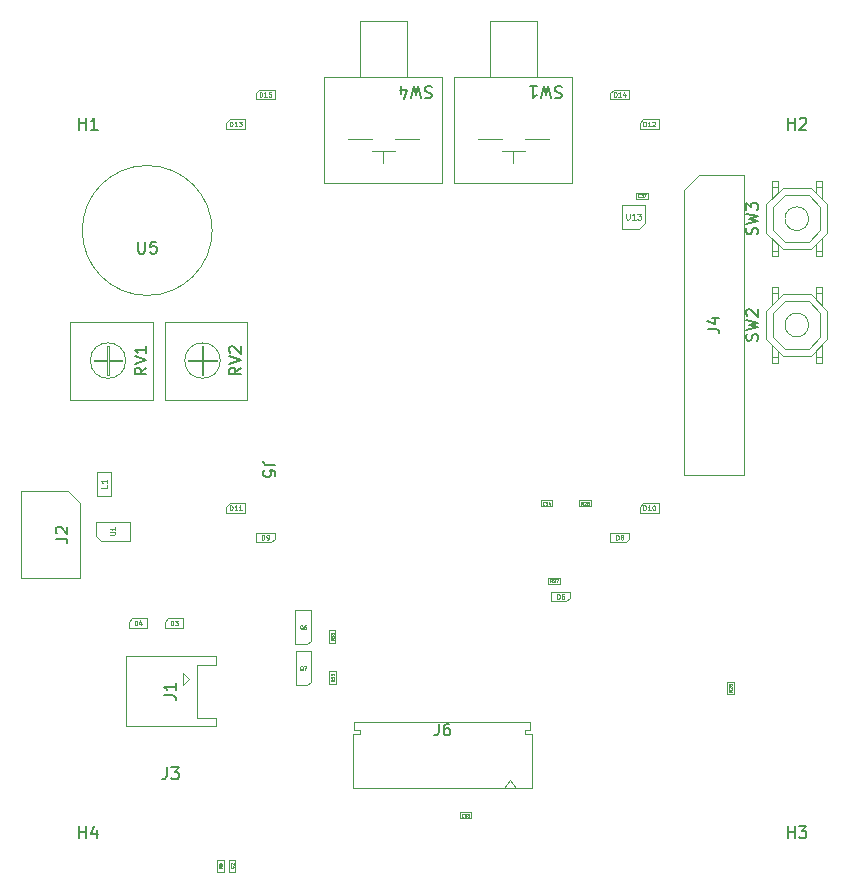
<source format=gbr>
%TF.GenerationSoftware,KiCad,Pcbnew,(6.0.10)*%
%TF.CreationDate,2023-01-06T19:14:31-08:00*%
%TF.ProjectId,ai-camera,61692d63-616d-4657-9261-2e6b69636164,rev?*%
%TF.SameCoordinates,PX5f5e100PY2faf080*%
%TF.FileFunction,AssemblyDrawing,Top*%
%FSLAX46Y46*%
G04 Gerber Fmt 4.6, Leading zero omitted, Abs format (unit mm)*
G04 Created by KiCad (PCBNEW (6.0.10)) date 2023-01-06 19:14:31*
%MOMM*%
%LPD*%
G01*
G04 APERTURE LIST*
%ADD10C,0.150000*%
%ADD11C,0.040000*%
%ADD12C,0.080000*%
%ADD13C,0.060000*%
%ADD14C,0.050000*%
%ADD15C,0.100000*%
G04 APERTURE END LIST*
D10*
X-761905Y-60452380D02*
X-761905Y-59452380D01*
X-761905Y-59928571D02*
X-190477Y-59928571D01*
X-190477Y-60452380D02*
X-190477Y-59452380D01*
X714285Y-59785714D02*
X714285Y-60452380D01*
X476190Y-59404761D02*
X238095Y-60119047D01*
X857142Y-60119047D01*
X-761905Y-452380D02*
X-761905Y547620D01*
X-761905Y71429D02*
X-190477Y71429D01*
X-190477Y-452380D02*
X-190477Y547620D01*
X809523Y-452380D02*
X238095Y-452380D01*
X523809Y-452380D02*
X523809Y547620D01*
X428571Y404762D01*
X333333Y309524D01*
X238095Y261905D01*
D11*
X20792619Y-43542142D02*
X20668809Y-43628809D01*
X20792619Y-43690714D02*
X20532619Y-43690714D01*
X20532619Y-43591666D01*
X20545000Y-43566904D01*
X20557380Y-43554523D01*
X20582142Y-43542142D01*
X20619285Y-43542142D01*
X20644047Y-43554523D01*
X20656428Y-43566904D01*
X20668809Y-43591666D01*
X20668809Y-43690714D01*
X20792619Y-43294523D02*
X20792619Y-43443095D01*
X20792619Y-43368809D02*
X20532619Y-43368809D01*
X20569761Y-43393571D01*
X20594523Y-43418333D01*
X20606904Y-43443095D01*
X20532619Y-43207857D02*
X20532619Y-43046904D01*
X20631666Y-43133571D01*
X20631666Y-43096428D01*
X20644047Y-43071666D01*
X20656428Y-43059285D01*
X20681190Y-43046904D01*
X20743095Y-43046904D01*
X20767857Y-43059285D01*
X20780238Y-43071666D01*
X20792619Y-43096428D01*
X20792619Y-43170714D01*
X20780238Y-43195476D01*
X20767857Y-43207857D01*
D10*
X56654761Y-18333333D02*
X56702380Y-18190476D01*
X56702380Y-17952380D01*
X56654761Y-17857142D01*
X56607142Y-17809523D01*
X56511904Y-17761904D01*
X56416666Y-17761904D01*
X56321428Y-17809523D01*
X56273809Y-17857142D01*
X56226190Y-17952380D01*
X56178571Y-18142857D01*
X56130952Y-18238095D01*
X56083333Y-18285714D01*
X55988095Y-18333333D01*
X55892857Y-18333333D01*
X55797619Y-18285714D01*
X55750000Y-18238095D01*
X55702380Y-18142857D01*
X55702380Y-17904761D01*
X55750000Y-17761904D01*
X55702380Y-17428571D02*
X56702380Y-17190476D01*
X55988095Y-17000000D01*
X56702380Y-16809523D01*
X55702380Y-16571428D01*
X55797619Y-16238095D02*
X55750000Y-16190476D01*
X55702380Y-16095238D01*
X55702380Y-15857142D01*
X55750000Y-15761904D01*
X55797619Y-15714285D01*
X55892857Y-15666666D01*
X55988095Y-15666666D01*
X56130952Y-15714285D01*
X56702380Y-16285714D01*
X56702380Y-15666666D01*
D12*
X1576190Y-30533333D02*
X1576190Y-30771428D01*
X1076190Y-30771428D01*
X1576190Y-30104761D02*
X1576190Y-30390476D01*
X1576190Y-30247619D02*
X1076190Y-30247619D01*
X1147619Y-30295238D01*
X1195238Y-30342857D01*
X1219047Y-30390476D01*
D11*
X31789285Y-58614285D02*
X31777380Y-58626190D01*
X31741666Y-58638095D01*
X31717857Y-58638095D01*
X31682142Y-58626190D01*
X31658333Y-58602380D01*
X31646428Y-58578571D01*
X31634523Y-58530952D01*
X31634523Y-58495238D01*
X31646428Y-58447619D01*
X31658333Y-58423809D01*
X31682142Y-58400000D01*
X31717857Y-58388095D01*
X31741666Y-58388095D01*
X31777380Y-58400000D01*
X31789285Y-58411904D01*
X31872619Y-58388095D02*
X32027380Y-58388095D01*
X31944047Y-58483333D01*
X31979761Y-58483333D01*
X32003571Y-58495238D01*
X32015476Y-58507142D01*
X32027380Y-58530952D01*
X32027380Y-58590476D01*
X32015476Y-58614285D01*
X32003571Y-58626190D01*
X31979761Y-58638095D01*
X31908333Y-58638095D01*
X31884523Y-58626190D01*
X31872619Y-58614285D01*
X32110714Y-58388095D02*
X32265476Y-58388095D01*
X32182142Y-58483333D01*
X32217857Y-58483333D01*
X32241666Y-58495238D01*
X32253571Y-58507142D01*
X32265476Y-58530952D01*
X32265476Y-58590476D01*
X32253571Y-58614285D01*
X32241666Y-58626190D01*
X32217857Y-58638095D01*
X32146428Y-58638095D01*
X32122619Y-58626190D01*
X32110714Y-58614285D01*
D13*
X39704761Y-40180952D02*
X39704761Y-39780952D01*
X39800000Y-39780952D01*
X39857142Y-39800000D01*
X39895238Y-39838095D01*
X39914285Y-39876190D01*
X39933333Y-39952380D01*
X39933333Y-40009523D01*
X39914285Y-40085714D01*
X39895238Y-40123809D01*
X39857142Y-40161904D01*
X39800000Y-40180952D01*
X39704761Y-40180952D01*
X40276190Y-39780952D02*
X40200000Y-39780952D01*
X40161904Y-39800000D01*
X40142857Y-39819047D01*
X40104761Y-39876190D01*
X40085714Y-39952380D01*
X40085714Y-40104761D01*
X40104761Y-40142857D01*
X40123809Y-40161904D01*
X40161904Y-40180952D01*
X40238095Y-40180952D01*
X40276190Y-40161904D01*
X40295238Y-40142857D01*
X40314285Y-40104761D01*
X40314285Y-40009523D01*
X40295238Y-39971428D01*
X40276190Y-39952380D01*
X40238095Y-39933333D01*
X40161904Y-39933333D01*
X40123809Y-39952380D01*
X40104761Y-39971428D01*
X40085714Y-40009523D01*
D11*
X41912857Y-32217619D02*
X41826190Y-32093809D01*
X41764285Y-32217619D02*
X41764285Y-31957619D01*
X41863333Y-31957619D01*
X41888095Y-31970000D01*
X41900476Y-31982380D01*
X41912857Y-32007142D01*
X41912857Y-32044285D01*
X41900476Y-32069047D01*
X41888095Y-32081428D01*
X41863333Y-32093809D01*
X41764285Y-32093809D01*
X42011904Y-31982380D02*
X42024285Y-31970000D01*
X42049047Y-31957619D01*
X42110952Y-31957619D01*
X42135714Y-31970000D01*
X42148095Y-31982380D01*
X42160476Y-32007142D01*
X42160476Y-32031904D01*
X42148095Y-32069047D01*
X41999523Y-32217619D01*
X42160476Y-32217619D01*
X42395714Y-31957619D02*
X42271904Y-31957619D01*
X42259523Y-32081428D01*
X42271904Y-32069047D01*
X42296666Y-32056666D01*
X42358571Y-32056666D01*
X42383333Y-32069047D01*
X42395714Y-32081428D01*
X42408095Y-32106190D01*
X42408095Y-32168095D01*
X42395714Y-32192857D01*
X42383333Y-32205238D01*
X42358571Y-32217619D01*
X42296666Y-32217619D01*
X42271904Y-32205238D01*
X42259523Y-32192857D01*
D13*
X3929761Y-42430952D02*
X3929761Y-42030952D01*
X4025000Y-42030952D01*
X4082142Y-42050000D01*
X4120238Y-42088095D01*
X4139285Y-42126190D01*
X4158333Y-42202380D01*
X4158333Y-42259523D01*
X4139285Y-42335714D01*
X4120238Y-42373809D01*
X4082142Y-42411904D01*
X4025000Y-42430952D01*
X3929761Y-42430952D01*
X4501190Y-42164285D02*
X4501190Y-42430952D01*
X4405952Y-42011904D02*
X4310714Y-42297619D01*
X4558333Y-42297619D01*
X12014285Y-32680952D02*
X12014285Y-32280952D01*
X12109523Y-32280952D01*
X12166666Y-32300000D01*
X12204761Y-32338095D01*
X12223809Y-32376190D01*
X12242857Y-32452380D01*
X12242857Y-32509523D01*
X12223809Y-32585714D01*
X12204761Y-32623809D01*
X12166666Y-32661904D01*
X12109523Y-32680952D01*
X12014285Y-32680952D01*
X12623809Y-32680952D02*
X12395238Y-32680952D01*
X12509523Y-32680952D02*
X12509523Y-32280952D01*
X12471428Y-32338095D01*
X12433333Y-32376190D01*
X12395238Y-32395238D01*
X13004761Y-32680952D02*
X12776190Y-32680952D01*
X12890476Y-32680952D02*
X12890476Y-32280952D01*
X12852380Y-32338095D01*
X12814285Y-32376190D01*
X12776190Y-32395238D01*
D10*
X29083333Y3154762D02*
X28940476Y3202381D01*
X28702380Y3202381D01*
X28607142Y3154762D01*
X28559523Y3107143D01*
X28511904Y3011905D01*
X28511904Y2916667D01*
X28559523Y2821429D01*
X28607142Y2773810D01*
X28702380Y2726191D01*
X28892857Y2678572D01*
X28988095Y2630953D01*
X29035714Y2583334D01*
X29083333Y2488096D01*
X29083333Y2392858D01*
X29035714Y2297620D01*
X28988095Y2250000D01*
X28892857Y2202381D01*
X28654761Y2202381D01*
X28511904Y2250000D01*
X28178571Y2202381D02*
X27940476Y3202381D01*
X27750000Y2488096D01*
X27559523Y3202381D01*
X27321428Y2202381D01*
X26511904Y2535715D02*
X26511904Y3202381D01*
X26750000Y2154762D02*
X26988095Y2869048D01*
X26369047Y2869048D01*
D13*
X47014285Y-32680952D02*
X47014285Y-32280952D01*
X47109523Y-32280952D01*
X47166666Y-32300000D01*
X47204761Y-32338095D01*
X47223809Y-32376190D01*
X47242857Y-32452380D01*
X47242857Y-32509523D01*
X47223809Y-32585714D01*
X47204761Y-32623809D01*
X47166666Y-32661904D01*
X47109523Y-32680952D01*
X47014285Y-32680952D01*
X47623809Y-32680952D02*
X47395238Y-32680952D01*
X47509523Y-32680952D02*
X47509523Y-32280952D01*
X47471428Y-32338095D01*
X47433333Y-32376190D01*
X47395238Y-32395238D01*
X47871428Y-32280952D02*
X47909523Y-32280952D01*
X47947619Y-32300000D01*
X47966666Y-32319047D01*
X47985714Y-32357142D01*
X48004761Y-32433333D01*
X48004761Y-32528571D01*
X47985714Y-32604761D01*
X47966666Y-32642857D01*
X47947619Y-32661904D01*
X47909523Y-32680952D01*
X47871428Y-32680952D01*
X47833333Y-32661904D01*
X47814285Y-32642857D01*
X47795238Y-32604761D01*
X47776190Y-32528571D01*
X47776190Y-32433333D01*
X47795238Y-32357142D01*
X47814285Y-32319047D01*
X47833333Y-32300000D01*
X47871428Y-32280952D01*
D10*
X6402380Y-48333333D02*
X7116666Y-48333333D01*
X7259523Y-48380952D01*
X7354761Y-48476190D01*
X7402380Y-48619047D01*
X7402380Y-48714285D01*
X7402380Y-47333333D02*
X7402380Y-47904761D01*
X7402380Y-47619047D02*
X6402380Y-47619047D01*
X6545238Y-47714285D01*
X6640476Y-47809523D01*
X6688095Y-47904761D01*
D11*
X38649285Y-32189285D02*
X38637380Y-32201190D01*
X38601666Y-32213095D01*
X38577857Y-32213095D01*
X38542142Y-32201190D01*
X38518333Y-32177380D01*
X38506428Y-32153571D01*
X38494523Y-32105952D01*
X38494523Y-32070238D01*
X38506428Y-32022619D01*
X38518333Y-31998809D01*
X38542142Y-31975000D01*
X38577857Y-31963095D01*
X38601666Y-31963095D01*
X38637380Y-31975000D01*
X38649285Y-31986904D01*
X38887380Y-32213095D02*
X38744523Y-32213095D01*
X38815952Y-32213095D02*
X38815952Y-31963095D01*
X38792142Y-31998809D01*
X38768333Y-32022619D01*
X38744523Y-32034523D01*
X39101666Y-32046428D02*
X39101666Y-32213095D01*
X39042142Y-31951190D02*
X38982619Y-32129761D01*
X39137380Y-32129761D01*
D13*
X14514285Y2319048D02*
X14514285Y2719048D01*
X14609523Y2719048D01*
X14666666Y2700000D01*
X14704761Y2661905D01*
X14723809Y2623810D01*
X14742857Y2547620D01*
X14742857Y2490477D01*
X14723809Y2414286D01*
X14704761Y2376191D01*
X14666666Y2338096D01*
X14609523Y2319048D01*
X14514285Y2319048D01*
X15123809Y2319048D02*
X14895238Y2319048D01*
X15009523Y2319048D02*
X15009523Y2719048D01*
X14971428Y2661905D01*
X14933333Y2623810D01*
X14895238Y2604762D01*
X15485714Y2719048D02*
X15295238Y2719048D01*
X15276190Y2528572D01*
X15295238Y2547620D01*
X15333333Y2566667D01*
X15428571Y2566667D01*
X15466666Y2547620D01*
X15485714Y2528572D01*
X15504761Y2490477D01*
X15504761Y2395239D01*
X15485714Y2357143D01*
X15466666Y2338096D01*
X15428571Y2319048D01*
X15333333Y2319048D01*
X15295238Y2338096D01*
X15276190Y2357143D01*
D12*
X45560952Y-7576190D02*
X45560952Y-7980952D01*
X45584761Y-8028571D01*
X45608571Y-8052380D01*
X45656190Y-8076190D01*
X45751428Y-8076190D01*
X45799047Y-8052380D01*
X45822857Y-8028571D01*
X45846666Y-7980952D01*
X45846666Y-7576190D01*
X46346666Y-8076190D02*
X46060952Y-8076190D01*
X46203809Y-8076190D02*
X46203809Y-7576190D01*
X46156190Y-7647619D01*
X46108571Y-7695238D01*
X46060952Y-7719047D01*
X46513333Y-7576190D02*
X46822857Y-7576190D01*
X46656190Y-7766666D01*
X46727619Y-7766666D01*
X46775238Y-7790476D01*
X46799047Y-7814285D01*
X46822857Y-7861904D01*
X46822857Y-7980952D01*
X46799047Y-8028571D01*
X46775238Y-8052380D01*
X46727619Y-8076190D01*
X46584761Y-8076190D01*
X46537142Y-8052380D01*
X46513333Y-8028571D01*
D13*
X14704761Y-35180952D02*
X14704761Y-34780952D01*
X14800000Y-34780952D01*
X14857142Y-34800000D01*
X14895238Y-34838095D01*
X14914285Y-34876190D01*
X14933333Y-34952380D01*
X14933333Y-35009523D01*
X14914285Y-35085714D01*
X14895238Y-35123809D01*
X14857142Y-35161904D01*
X14800000Y-35180952D01*
X14704761Y-35180952D01*
X15123809Y-35180952D02*
X15200000Y-35180952D01*
X15238095Y-35161904D01*
X15257142Y-35142857D01*
X15295238Y-35085714D01*
X15314285Y-35009523D01*
X15314285Y-34857142D01*
X15295238Y-34819047D01*
X15276190Y-34800000D01*
X15238095Y-34780952D01*
X15161904Y-34780952D01*
X15123809Y-34800000D01*
X15104761Y-34819047D01*
X15085714Y-34857142D01*
X15085714Y-34952380D01*
X15104761Y-34990476D01*
X15123809Y-35009523D01*
X15161904Y-35028571D01*
X15238095Y-35028571D01*
X15276190Y-35009523D01*
X15295238Y-34990476D01*
X15314285Y-34952380D01*
X6979761Y-42430952D02*
X6979761Y-42030952D01*
X7075000Y-42030952D01*
X7132142Y-42050000D01*
X7170238Y-42088095D01*
X7189285Y-42126190D01*
X7208333Y-42202380D01*
X7208333Y-42259523D01*
X7189285Y-42335714D01*
X7170238Y-42373809D01*
X7132142Y-42411904D01*
X7075000Y-42430952D01*
X6979761Y-42430952D01*
X7341666Y-42030952D02*
X7589285Y-42030952D01*
X7455952Y-42183333D01*
X7513095Y-42183333D01*
X7551190Y-42202380D01*
X7570238Y-42221428D01*
X7589285Y-42259523D01*
X7589285Y-42354761D01*
X7570238Y-42392857D01*
X7551190Y-42411904D01*
X7513095Y-42430952D01*
X7398809Y-42430952D01*
X7360714Y-42411904D01*
X7341666Y-42392857D01*
D11*
X46719285Y-6139285D02*
X46707380Y-6151190D01*
X46671666Y-6163095D01*
X46647857Y-6163095D01*
X46612142Y-6151190D01*
X46588333Y-6127380D01*
X46576428Y-6103571D01*
X46564523Y-6055952D01*
X46564523Y-6020238D01*
X46576428Y-5972619D01*
X46588333Y-5948809D01*
X46612142Y-5925000D01*
X46647857Y-5913095D01*
X46671666Y-5913095D01*
X46707380Y-5925000D01*
X46719285Y-5936904D01*
X46802619Y-5913095D02*
X46957380Y-5913095D01*
X46874047Y-6008333D01*
X46909761Y-6008333D01*
X46933571Y-6020238D01*
X46945476Y-6032142D01*
X46957380Y-6055952D01*
X46957380Y-6115476D01*
X46945476Y-6139285D01*
X46933571Y-6151190D01*
X46909761Y-6163095D01*
X46838333Y-6163095D01*
X46814523Y-6151190D01*
X46802619Y-6139285D01*
X47040714Y-5913095D02*
X47207380Y-5913095D01*
X47100238Y-6163095D01*
D13*
X1880952Y-34754761D02*
X2204761Y-34754761D01*
X2242857Y-34735714D01*
X2261904Y-34716666D01*
X2280952Y-34678571D01*
X2280952Y-34602380D01*
X2261904Y-34564285D01*
X2242857Y-34545238D01*
X2204761Y-34526190D01*
X1880952Y-34526190D01*
X2280952Y-34126190D02*
X2280952Y-34354761D01*
X2280952Y-34240476D02*
X1880952Y-34240476D01*
X1938095Y-34278571D01*
X1976190Y-34316666D01*
X1995238Y-34354761D01*
D11*
X12289285Y-62821666D02*
X12301190Y-62833571D01*
X12313095Y-62869285D01*
X12313095Y-62893095D01*
X12301190Y-62928809D01*
X12277380Y-62952619D01*
X12253571Y-62964523D01*
X12205952Y-62976428D01*
X12170238Y-62976428D01*
X12122619Y-62964523D01*
X12098809Y-62952619D01*
X12075000Y-62928809D01*
X12063095Y-62893095D01*
X12063095Y-62869285D01*
X12075000Y-62833571D01*
X12086904Y-62821666D01*
X12086904Y-62726428D02*
X12075000Y-62714523D01*
X12063095Y-62690714D01*
X12063095Y-62631190D01*
X12075000Y-62607380D01*
X12086904Y-62595476D01*
X12110714Y-62583571D01*
X12134523Y-62583571D01*
X12170238Y-62595476D01*
X12313095Y-62738333D01*
X12313095Y-62583571D01*
D10*
X12937380Y-20610238D02*
X12461190Y-20943571D01*
X12937380Y-21181666D02*
X11937380Y-21181666D01*
X11937380Y-20800714D01*
X11985000Y-20705476D01*
X12032619Y-20657857D01*
X12127857Y-20610238D01*
X12270714Y-20610238D01*
X12365952Y-20657857D01*
X12413571Y-20705476D01*
X12461190Y-20800714D01*
X12461190Y-21181666D01*
X11937380Y-20324523D02*
X12937380Y-19991190D01*
X11937380Y-19657857D01*
X12032619Y-19372142D02*
X11985000Y-19324523D01*
X11937380Y-19229285D01*
X11937380Y-18991190D01*
X11985000Y-18895952D01*
X12032619Y-18848333D01*
X12127857Y-18800714D01*
X12223095Y-18800714D01*
X12365952Y-18848333D01*
X12937380Y-19419761D01*
X12937380Y-18800714D01*
X29666666Y-50752380D02*
X29666666Y-51466666D01*
X29619047Y-51609523D01*
X29523809Y-51704761D01*
X29380952Y-51752380D01*
X29285714Y-51752380D01*
X30571428Y-50752380D02*
X30380952Y-50752380D01*
X30285714Y-50800000D01*
X30238095Y-50847619D01*
X30142857Y-50990476D01*
X30095238Y-51180952D01*
X30095238Y-51561904D01*
X30142857Y-51657142D01*
X30190476Y-51704761D01*
X30285714Y-51752380D01*
X30476190Y-51752380D01*
X30571428Y-51704761D01*
X30619047Y-51657142D01*
X30666666Y-51561904D01*
X30666666Y-51323809D01*
X30619047Y-51228571D01*
X30571428Y-51180952D01*
X30476190Y-51133333D01*
X30285714Y-51133333D01*
X30190476Y-51180952D01*
X30142857Y-51228571D01*
X30095238Y-51323809D01*
D13*
X44514285Y2319048D02*
X44514285Y2719048D01*
X44609523Y2719048D01*
X44666666Y2700000D01*
X44704761Y2661905D01*
X44723809Y2623810D01*
X44742857Y2547620D01*
X44742857Y2490477D01*
X44723809Y2414286D01*
X44704761Y2376191D01*
X44666666Y2338096D01*
X44609523Y2319048D01*
X44514285Y2319048D01*
X45123809Y2319048D02*
X44895238Y2319048D01*
X45009523Y2319048D02*
X45009523Y2719048D01*
X44971428Y2661905D01*
X44933333Y2623810D01*
X44895238Y2604762D01*
X45466666Y2585715D02*
X45466666Y2319048D01*
X45371428Y2738096D02*
X45276190Y2452381D01*
X45523809Y2452381D01*
D11*
X11317619Y-62843333D02*
X11193809Y-62930000D01*
X11317619Y-62991904D02*
X11057619Y-62991904D01*
X11057619Y-62892857D01*
X11070000Y-62868095D01*
X11082380Y-62855714D01*
X11107142Y-62843333D01*
X11144285Y-62843333D01*
X11169047Y-62855714D01*
X11181428Y-62868095D01*
X11193809Y-62892857D01*
X11193809Y-62991904D01*
X11057619Y-62608095D02*
X11057619Y-62731904D01*
X11181428Y-62744285D01*
X11169047Y-62731904D01*
X11156666Y-62707142D01*
X11156666Y-62645238D01*
X11169047Y-62620476D01*
X11181428Y-62608095D01*
X11206190Y-62595714D01*
X11268095Y-62595714D01*
X11292857Y-62608095D01*
X11305238Y-62620476D01*
X11317619Y-62645238D01*
X11317619Y-62707142D01*
X11305238Y-62731904D01*
X11292857Y-62744285D01*
D13*
X47014285Y-180952D02*
X47014285Y219048D01*
X47109523Y219048D01*
X47166666Y200000D01*
X47204761Y161905D01*
X47223809Y123810D01*
X47242857Y47620D01*
X47242857Y-9523D01*
X47223809Y-85714D01*
X47204761Y-123809D01*
X47166666Y-161904D01*
X47109523Y-180952D01*
X47014285Y-180952D01*
X47623809Y-180952D02*
X47395238Y-180952D01*
X47509523Y-180952D02*
X47509523Y219048D01*
X47471428Y161905D01*
X47433333Y123810D01*
X47395238Y104762D01*
X47776190Y180953D02*
X47795238Y200000D01*
X47833333Y219048D01*
X47928571Y219048D01*
X47966666Y200000D01*
X47985714Y180953D01*
X48004761Y142858D01*
X48004761Y104762D01*
X47985714Y47620D01*
X47757142Y-180952D01*
X48004761Y-180952D01*
D10*
X40083333Y3154762D02*
X39940476Y3202381D01*
X39702380Y3202381D01*
X39607142Y3154762D01*
X39559523Y3107143D01*
X39511904Y3011905D01*
X39511904Y2916667D01*
X39559523Y2821429D01*
X39607142Y2773810D01*
X39702380Y2726191D01*
X39892857Y2678572D01*
X39988095Y2630953D01*
X40035714Y2583334D01*
X40083333Y2488096D01*
X40083333Y2392858D01*
X40035714Y2297620D01*
X39988095Y2250000D01*
X39892857Y2202381D01*
X39654761Y2202381D01*
X39511904Y2250000D01*
X39178571Y2202381D02*
X38940476Y3202381D01*
X38750000Y2488096D01*
X38559523Y3202381D01*
X38321428Y2202381D01*
X37416666Y3202381D02*
X37988095Y3202381D01*
X37702380Y3202381D02*
X37702380Y2202381D01*
X37797619Y2345239D01*
X37892857Y2440477D01*
X37988095Y2488096D01*
X56654761Y-9333333D02*
X56702380Y-9190476D01*
X56702380Y-8952380D01*
X56654761Y-8857142D01*
X56607142Y-8809523D01*
X56511904Y-8761904D01*
X56416666Y-8761904D01*
X56321428Y-8809523D01*
X56273809Y-8857142D01*
X56226190Y-8952380D01*
X56178571Y-9142857D01*
X56130952Y-9238095D01*
X56083333Y-9285714D01*
X55988095Y-9333333D01*
X55892857Y-9333333D01*
X55797619Y-9285714D01*
X55750000Y-9238095D01*
X55702380Y-9142857D01*
X55702380Y-8904761D01*
X55750000Y-8761904D01*
X55702380Y-8428571D02*
X56702380Y-8190476D01*
X55988095Y-8000000D01*
X56702380Y-7809523D01*
X55702380Y-7571428D01*
X55702380Y-7285714D02*
X55702380Y-6666666D01*
X56083333Y-7000000D01*
X56083333Y-6857142D01*
X56130952Y-6761904D01*
X56178571Y-6714285D01*
X56273809Y-6666666D01*
X56511904Y-6666666D01*
X56607142Y-6714285D01*
X56654761Y-6761904D01*
X56702380Y-6857142D01*
X56702380Y-7142857D01*
X56654761Y-7238095D01*
X56607142Y-7285714D01*
X15847619Y-28866666D02*
X15133333Y-28866666D01*
X14990476Y-28819047D01*
X14895238Y-28723809D01*
X14847619Y-28580952D01*
X14847619Y-28485714D01*
X15847619Y-29819047D02*
X15847619Y-29342857D01*
X15371428Y-29295238D01*
X15419047Y-29342857D01*
X15466666Y-29438095D01*
X15466666Y-29676190D01*
X15419047Y-29771428D01*
X15371428Y-29819047D01*
X15276190Y-29866666D01*
X15038095Y-29866666D01*
X14942857Y-29819047D01*
X14895238Y-29771428D01*
X14847619Y-29676190D01*
X14847619Y-29438095D01*
X14895238Y-29342857D01*
X14942857Y-29295238D01*
X-2747620Y-35083333D02*
X-2033334Y-35083333D01*
X-1890477Y-35130952D01*
X-1795239Y-35226190D01*
X-1747620Y-35369047D01*
X-1747620Y-35464285D01*
X-2652381Y-34654761D02*
X-2700000Y-34607142D01*
X-2747620Y-34511904D01*
X-2747620Y-34273809D01*
X-2700000Y-34178571D01*
X-2652381Y-34130952D01*
X-2557143Y-34083333D01*
X-2461905Y-34083333D01*
X-2319048Y-34130952D01*
X-1747620Y-34702380D01*
X-1747620Y-34083333D01*
D13*
X12014285Y-180952D02*
X12014285Y219048D01*
X12109523Y219048D01*
X12166666Y200000D01*
X12204761Y161905D01*
X12223809Y123810D01*
X12242857Y47620D01*
X12242857Y-9523D01*
X12223809Y-85714D01*
X12204761Y-123809D01*
X12166666Y-161904D01*
X12109523Y-180952D01*
X12014285Y-180952D01*
X12623809Y-180952D02*
X12395238Y-180952D01*
X12509523Y-180952D02*
X12509523Y219048D01*
X12471428Y161905D01*
X12433333Y123810D01*
X12395238Y104762D01*
X12757142Y219048D02*
X13004761Y219048D01*
X12871428Y66667D01*
X12928571Y66667D01*
X12966666Y47620D01*
X12985714Y28572D01*
X13004761Y-9523D01*
X13004761Y-104761D01*
X12985714Y-142857D01*
X12966666Y-161904D01*
X12928571Y-180952D01*
X12814285Y-180952D01*
X12776190Y-161904D01*
X12757142Y-142857D01*
D10*
X4937380Y-20610238D02*
X4461190Y-20943571D01*
X4937380Y-21181666D02*
X3937380Y-21181666D01*
X3937380Y-20800714D01*
X3985000Y-20705476D01*
X4032619Y-20657857D01*
X4127857Y-20610238D01*
X4270714Y-20610238D01*
X4365952Y-20657857D01*
X4413571Y-20705476D01*
X4461190Y-20800714D01*
X4461190Y-21181666D01*
X3937380Y-20324523D02*
X4937380Y-19991190D01*
X3937380Y-19657857D01*
X4937380Y-18800714D02*
X4937380Y-19372142D01*
X4937380Y-19086428D02*
X3937380Y-19086428D01*
X4080238Y-19181666D01*
X4175476Y-19276904D01*
X4223095Y-19372142D01*
X59238095Y-452380D02*
X59238095Y547620D01*
X59238095Y71429D02*
X59809523Y71429D01*
X59809523Y-452380D02*
X59809523Y547620D01*
X60238095Y452381D02*
X60285714Y500000D01*
X60380952Y547620D01*
X60619047Y547620D01*
X60714285Y500000D01*
X60761904Y452381D01*
X60809523Y357143D01*
X60809523Y261905D01*
X60761904Y119048D01*
X60190476Y-452380D01*
X60809523Y-452380D01*
X52447380Y-17338333D02*
X53161666Y-17338333D01*
X53304523Y-17385952D01*
X53399761Y-17481190D01*
X53447380Y-17624047D01*
X53447380Y-17719285D01*
X52780714Y-16433571D02*
X53447380Y-16433571D01*
X52399761Y-16671666D02*
X53114047Y-16909761D01*
X53114047Y-16290714D01*
D11*
X39282857Y-38792619D02*
X39196190Y-38668809D01*
X39134285Y-38792619D02*
X39134285Y-38532619D01*
X39233333Y-38532619D01*
X39258095Y-38545000D01*
X39270476Y-38557380D01*
X39282857Y-38582142D01*
X39282857Y-38619285D01*
X39270476Y-38644047D01*
X39258095Y-38656428D01*
X39233333Y-38668809D01*
X39134285Y-38668809D01*
X39381904Y-38557380D02*
X39394285Y-38545000D01*
X39419047Y-38532619D01*
X39480952Y-38532619D01*
X39505714Y-38545000D01*
X39518095Y-38557380D01*
X39530476Y-38582142D01*
X39530476Y-38606904D01*
X39518095Y-38644047D01*
X39369523Y-38792619D01*
X39530476Y-38792619D01*
X39617142Y-38532619D02*
X39790476Y-38532619D01*
X39679047Y-38792619D01*
D13*
X44704761Y-35180952D02*
X44704761Y-34780952D01*
X44800000Y-34780952D01*
X44857142Y-34800000D01*
X44895238Y-34838095D01*
X44914285Y-34876190D01*
X44933333Y-34952380D01*
X44933333Y-35009523D01*
X44914285Y-35085714D01*
X44895238Y-35123809D01*
X44857142Y-35161904D01*
X44800000Y-35180952D01*
X44704761Y-35180952D01*
X45161904Y-34952380D02*
X45123809Y-34933333D01*
X45104761Y-34914285D01*
X45085714Y-34876190D01*
X45085714Y-34857142D01*
X45104761Y-34819047D01*
X45123809Y-34800000D01*
X45161904Y-34780952D01*
X45238095Y-34780952D01*
X45276190Y-34800000D01*
X45295238Y-34819047D01*
X45314285Y-34857142D01*
X45314285Y-34876190D01*
X45295238Y-34914285D01*
X45276190Y-34933333D01*
X45238095Y-34952380D01*
X45161904Y-34952380D01*
X45123809Y-34971428D01*
X45104761Y-34990476D01*
X45085714Y-35028571D01*
X45085714Y-35104761D01*
X45104761Y-35142857D01*
X45123809Y-35161904D01*
X45161904Y-35180952D01*
X45238095Y-35180952D01*
X45276190Y-35161904D01*
X45295238Y-35142857D01*
X45314285Y-35104761D01*
X45314285Y-35028571D01*
X45295238Y-34990476D01*
X45276190Y-34971428D01*
X45238095Y-34952380D01*
D14*
X18182023Y-46250238D02*
X18151547Y-46235000D01*
X18121071Y-46204523D01*
X18075357Y-46158809D01*
X18044880Y-46143571D01*
X18014404Y-46143571D01*
X18029642Y-46219761D02*
X17999166Y-46204523D01*
X17968690Y-46174047D01*
X17953452Y-46113095D01*
X17953452Y-46006428D01*
X17968690Y-45945476D01*
X17999166Y-45915000D01*
X18029642Y-45899761D01*
X18090595Y-45899761D01*
X18121071Y-45915000D01*
X18151547Y-45945476D01*
X18166785Y-46006428D01*
X18166785Y-46113095D01*
X18151547Y-46174047D01*
X18121071Y-46204523D01*
X18090595Y-46219761D01*
X18029642Y-46219761D01*
X18273452Y-45899761D02*
X18486785Y-45899761D01*
X18349642Y-46219761D01*
D10*
X59238095Y-60452380D02*
X59238095Y-59452380D01*
X59238095Y-59928571D02*
X59809523Y-59928571D01*
X59809523Y-60452380D02*
X59809523Y-59452380D01*
X60190476Y-59452380D02*
X60809523Y-59452380D01*
X60476190Y-59833333D01*
X60619047Y-59833333D01*
X60714285Y-59880952D01*
X60761904Y-59928571D01*
X60809523Y-60023809D01*
X60809523Y-60261904D01*
X60761904Y-60357142D01*
X60714285Y-60404761D01*
X60619047Y-60452380D01*
X60333333Y-60452380D01*
X60238095Y-60404761D01*
X60190476Y-60357142D01*
D11*
X20817619Y-47017142D02*
X20693809Y-47103809D01*
X20817619Y-47165714D02*
X20557619Y-47165714D01*
X20557619Y-47066666D01*
X20570000Y-47041904D01*
X20582380Y-47029523D01*
X20607142Y-47017142D01*
X20644285Y-47017142D01*
X20669047Y-47029523D01*
X20681428Y-47041904D01*
X20693809Y-47066666D01*
X20693809Y-47165714D01*
X20817619Y-46769523D02*
X20817619Y-46918095D01*
X20817619Y-46843809D02*
X20557619Y-46843809D01*
X20594761Y-46868571D01*
X20619523Y-46893333D01*
X20631904Y-46918095D01*
X20557619Y-46534285D02*
X20557619Y-46658095D01*
X20681428Y-46670476D01*
X20669047Y-46658095D01*
X20656666Y-46633333D01*
X20656666Y-46571428D01*
X20669047Y-46546666D01*
X20681428Y-46534285D01*
X20706190Y-46521904D01*
X20768095Y-46521904D01*
X20792857Y-46534285D01*
X20805238Y-46546666D01*
X20817619Y-46571428D01*
X20817619Y-46633333D01*
X20805238Y-46658095D01*
X20792857Y-46670476D01*
D14*
X18169523Y-42775238D02*
X18139047Y-42760000D01*
X18108571Y-42729523D01*
X18062857Y-42683809D01*
X18032380Y-42668571D01*
X18001904Y-42668571D01*
X18017142Y-42744761D02*
X17986666Y-42729523D01*
X17956190Y-42699047D01*
X17940952Y-42638095D01*
X17940952Y-42531428D01*
X17956190Y-42470476D01*
X17986666Y-42440000D01*
X18017142Y-42424761D01*
X18078095Y-42424761D01*
X18108571Y-42440000D01*
X18139047Y-42470476D01*
X18154285Y-42531428D01*
X18154285Y-42638095D01*
X18139047Y-42699047D01*
X18108571Y-42729523D01*
X18078095Y-42744761D01*
X18017142Y-42744761D01*
X18428571Y-42424761D02*
X18367619Y-42424761D01*
X18337142Y-42440000D01*
X18321904Y-42455238D01*
X18291428Y-42500952D01*
X18276190Y-42561904D01*
X18276190Y-42683809D01*
X18291428Y-42714285D01*
X18306666Y-42729523D01*
X18337142Y-42744761D01*
X18398095Y-42744761D01*
X18428571Y-42729523D01*
X18443809Y-42714285D01*
X18459047Y-42683809D01*
X18459047Y-42607619D01*
X18443809Y-42577142D01*
X18428571Y-42561904D01*
X18398095Y-42546666D01*
X18337142Y-42546666D01*
X18306666Y-42561904D01*
X18291428Y-42577142D01*
X18276190Y-42607619D01*
D11*
X54497619Y-47897142D02*
X54373809Y-47983809D01*
X54497619Y-48045714D02*
X54237619Y-48045714D01*
X54237619Y-47946666D01*
X54250000Y-47921904D01*
X54262380Y-47909523D01*
X54287142Y-47897142D01*
X54324285Y-47897142D01*
X54349047Y-47909523D01*
X54361428Y-47921904D01*
X54373809Y-47946666D01*
X54373809Y-48045714D01*
X54262380Y-47798095D02*
X54250000Y-47785714D01*
X54237619Y-47760952D01*
X54237619Y-47699047D01*
X54250000Y-47674285D01*
X54262380Y-47661904D01*
X54287142Y-47649523D01*
X54311904Y-47649523D01*
X54349047Y-47661904D01*
X54497619Y-47810476D01*
X54497619Y-47649523D01*
X54237619Y-47426666D02*
X54237619Y-47476190D01*
X54250000Y-47500952D01*
X54262380Y-47513333D01*
X54299523Y-47538095D01*
X54349047Y-47550476D01*
X54448095Y-47550476D01*
X54472857Y-47538095D01*
X54485238Y-47525714D01*
X54497619Y-47500952D01*
X54497619Y-47451428D01*
X54485238Y-47426666D01*
X54472857Y-47414285D01*
X54448095Y-47401904D01*
X54386190Y-47401904D01*
X54361428Y-47414285D01*
X54349047Y-47426666D01*
X54336666Y-47451428D01*
X54336666Y-47500952D01*
X54349047Y-47525714D01*
X54361428Y-47538095D01*
X54386190Y-47550476D01*
D10*
X4238095Y-9952380D02*
X4238095Y-10761904D01*
X4285714Y-10857142D01*
X4333333Y-10904761D01*
X4428571Y-10952380D01*
X4619047Y-10952380D01*
X4714285Y-10904761D01*
X4761904Y-10857142D01*
X4809523Y-10761904D01*
X4809523Y-9952380D01*
X5761904Y-9952380D02*
X5285714Y-9952380D01*
X5238095Y-10428571D01*
X5285714Y-10380952D01*
X5380952Y-10333333D01*
X5619047Y-10333333D01*
X5714285Y-10380952D01*
X5761904Y-10428571D01*
X5809523Y-10523809D01*
X5809523Y-10761904D01*
X5761904Y-10857142D01*
X5714285Y-10904761D01*
X5619047Y-10952380D01*
X5380952Y-10952380D01*
X5285714Y-10904761D01*
X5238095Y-10857142D01*
X6666666Y-54452380D02*
X6666666Y-55166666D01*
X6619047Y-55309523D01*
X6523809Y-55404761D01*
X6380952Y-55452380D01*
X6285714Y-55452380D01*
X7047619Y-54452380D02*
X7666666Y-54452380D01*
X7333333Y-54833333D01*
X7476190Y-54833333D01*
X7571428Y-54880952D01*
X7619047Y-54928571D01*
X7666666Y-55023809D01*
X7666666Y-55261904D01*
X7619047Y-55357142D01*
X7571428Y-55404761D01*
X7476190Y-55452380D01*
X7190476Y-55452380D01*
X7095238Y-55404761D01*
X7047619Y-55357142D01*
D15*
X20405000Y-42850000D02*
X20945000Y-42850000D01*
X20405000Y-43900000D02*
X20405000Y-42850000D01*
X20945000Y-43900000D02*
X20405000Y-43900000D01*
X20945000Y-42850000D02*
X20945000Y-43900000D01*
X62100000Y-15300000D02*
X62100000Y-13800000D01*
X62100000Y-14300000D02*
X61600000Y-14300000D01*
X57400000Y-18200000D02*
X58800000Y-19600000D01*
X62100000Y-18700000D02*
X62100000Y-20200000D01*
X61600000Y-13800000D02*
X61600000Y-14800000D01*
X57900000Y-18700000D02*
X57900000Y-20200000D01*
X59000000Y-19000000D02*
X58000000Y-18000000D01*
X57900000Y-19700000D02*
X58400000Y-19700000D01*
X57900000Y-13800000D02*
X58400000Y-13800000D01*
X58400000Y-20200000D02*
X58400000Y-19200000D01*
X62000000Y-16000000D02*
X62000000Y-18000000D01*
X62100000Y-19700000D02*
X61600000Y-19700000D01*
X61000000Y-19000000D02*
X59000000Y-19000000D01*
X58000000Y-18000000D02*
X58000000Y-16000000D01*
X61200000Y-19600000D02*
X62600000Y-18200000D01*
X58800000Y-19600000D02*
X61200000Y-19600000D01*
X57900000Y-14300000D02*
X58400000Y-14300000D01*
X57900000Y-15300000D02*
X57900000Y-13800000D01*
X61600000Y-20200000D02*
X61600000Y-19200000D01*
X61000000Y-15000000D02*
X62000000Y-16000000D01*
X57900000Y-20200000D02*
X58400000Y-20200000D01*
X62000000Y-18000000D02*
X61000000Y-19000000D01*
X59000000Y-15000000D02*
X61000000Y-15000000D01*
X58000000Y-16000000D02*
X59000000Y-15000000D01*
X58400000Y-13800000D02*
X58400000Y-14800000D01*
X58800000Y-14400000D02*
X57400000Y-15800000D01*
X62100000Y-20200000D02*
X61600000Y-20200000D01*
X61200000Y-14400000D02*
X58800000Y-14400000D01*
X62600000Y-15800000D02*
X61200000Y-14400000D01*
X62600000Y-18200000D02*
X62600000Y-15800000D01*
X57400000Y-15800000D02*
X57400000Y-18200000D01*
X62100000Y-13800000D02*
X61600000Y-13800000D01*
X61000000Y-17000000D02*
G75*
G03*
X61000000Y-17000000I-1000000J0D01*
G01*
X1950000Y-29450000D02*
X1950000Y-31450000D01*
X750000Y-31450000D02*
X750000Y-29450000D01*
X750000Y-29450000D02*
X1950000Y-29450000D01*
X1950000Y-31450000D02*
X750000Y-31450000D01*
X32450000Y-58775000D02*
X31450000Y-58775000D01*
X32450000Y-58275000D02*
X32450000Y-58775000D01*
X31450000Y-58775000D02*
X31450000Y-58275000D01*
X31450000Y-58275000D02*
X32450000Y-58275000D01*
X39200000Y-40400000D02*
X40500000Y-40400000D01*
X40800000Y-40100000D02*
X40800000Y-39600000D01*
X39200000Y-39600000D02*
X39200000Y-40400000D01*
X40500000Y-40400000D02*
X40800000Y-40100000D01*
X40800000Y-39600000D02*
X39200000Y-39600000D01*
X42605000Y-32370000D02*
X41555000Y-32370000D01*
X42605000Y-31830000D02*
X42605000Y-32370000D01*
X41555000Y-32370000D02*
X41555000Y-31830000D01*
X41555000Y-31830000D02*
X42605000Y-31830000D01*
X3425000Y-42650000D02*
X5025000Y-42650000D01*
X5025000Y-42650000D02*
X5025000Y-41850000D01*
X3725000Y-41850000D02*
X3425000Y-42150000D01*
X3425000Y-42150000D02*
X3425000Y-42650000D01*
X5025000Y-41850000D02*
X3725000Y-41850000D01*
X13300000Y-32900000D02*
X13300000Y-32100000D01*
X11700000Y-32900000D02*
X13300000Y-32900000D01*
X11700000Y-32400000D02*
X11700000Y-32900000D01*
X13300000Y-32100000D02*
X12000000Y-32100000D01*
X12000000Y-32100000D02*
X11700000Y-32400000D01*
X25000000Y-3250000D02*
X25000000Y-2250000D01*
X24000000Y-1250000D02*
X22000000Y-1250000D01*
X28000000Y-1250000D02*
X26000000Y-1250000D01*
X26000000Y-2250000D02*
X24000000Y-2250000D01*
X27000000Y4000000D02*
X23000000Y4000000D01*
X23000000Y4000000D02*
X23000000Y8700000D01*
X23000000Y8700000D02*
X27000000Y8700000D01*
X27000000Y8700000D02*
X27000000Y4000000D01*
X20000000Y-5000000D02*
X30000000Y-5000000D01*
X30000000Y-5000000D02*
X30000000Y4000000D01*
X30000000Y4000000D02*
X20000000Y4000000D01*
X20000000Y4000000D02*
X20000000Y-5000000D01*
X46700000Y-32400000D02*
X46700000Y-32900000D01*
X46700000Y-32900000D02*
X48300000Y-32900000D01*
X48300000Y-32900000D02*
X48300000Y-32100000D01*
X47000000Y-32100000D02*
X46700000Y-32400000D01*
X48300000Y-32100000D02*
X47000000Y-32100000D01*
X10800000Y-50250000D02*
X9200000Y-50250000D01*
X9200000Y-50250000D02*
X9200000Y-45750000D01*
X8575000Y-47000000D02*
X8075000Y-46500000D01*
X3200000Y-50950000D02*
X10800000Y-50950000D01*
X3200000Y-45050000D02*
X3200000Y-50950000D01*
X9200000Y-45750000D02*
X10800000Y-45750000D01*
X8075000Y-46500000D02*
X8075000Y-47500000D01*
X10800000Y-50950000D02*
X10800000Y-50250000D01*
X10800000Y-45750000D02*
X10800000Y-45050000D01*
X10800000Y-45050000D02*
X3200000Y-45050000D01*
X8075000Y-47500000D02*
X8575000Y-47000000D01*
X38310000Y-32350000D02*
X38310000Y-31850000D01*
X39310000Y-31850000D02*
X39310000Y-32350000D01*
X39310000Y-32350000D02*
X38310000Y-32350000D01*
X38310000Y-31850000D02*
X39310000Y-31850000D01*
X15800000Y2900000D02*
X14500000Y2900000D01*
X15800000Y2100000D02*
X15800000Y2900000D01*
X14200000Y2600000D02*
X14200000Y2100000D01*
X14200000Y2100000D02*
X15800000Y2100000D01*
X14500000Y2900000D02*
X14200000Y2600000D01*
X47180000Y-8350000D02*
X46680000Y-8850000D01*
X45180000Y-8850000D02*
X45180000Y-6850000D01*
X47180000Y-6850000D02*
X47180000Y-8350000D01*
X46680000Y-8850000D02*
X45180000Y-8850000D01*
X45180000Y-6850000D02*
X47180000Y-6850000D01*
X14200000Y-35400000D02*
X15500000Y-35400000D01*
X14200000Y-34600000D02*
X14200000Y-35400000D01*
X15800000Y-35100000D02*
X15800000Y-34600000D01*
X15800000Y-34600000D02*
X14200000Y-34600000D01*
X15500000Y-35400000D02*
X15800000Y-35100000D01*
X8075000Y-41850000D02*
X6775000Y-41850000D01*
X6775000Y-41850000D02*
X6475000Y-42150000D01*
X6475000Y-42150000D02*
X6475000Y-42650000D01*
X6475000Y-42650000D02*
X8075000Y-42650000D01*
X8075000Y-42650000D02*
X8075000Y-41850000D01*
X47380000Y-6300000D02*
X46380000Y-6300000D01*
X46380000Y-6300000D02*
X46380000Y-5800000D01*
X47380000Y-5800000D02*
X47380000Y-6300000D01*
X46380000Y-5800000D02*
X47380000Y-5800000D01*
X3550000Y-33650000D02*
X3550000Y-35250000D01*
X650000Y-33650000D02*
X3550000Y-33650000D01*
X650000Y-34850000D02*
X650000Y-33650000D01*
X1050000Y-35250000D02*
X650000Y-34850000D01*
X3550000Y-35250000D02*
X1050000Y-35250000D01*
X11950000Y-62280000D02*
X12450000Y-62280000D01*
X11950000Y-63280000D02*
X11950000Y-62280000D01*
X12450000Y-63280000D02*
X11950000Y-63280000D01*
X12450000Y-62280000D02*
X12450000Y-63280000D01*
X9609000Y-20091000D02*
X8484000Y-20091000D01*
X9761000Y-21216000D02*
X9609000Y-21216000D01*
X8484000Y-19939000D02*
X9609000Y-19939000D01*
X13485000Y-23315000D02*
X13485000Y-16715000D01*
X8484000Y-20091000D02*
X8484000Y-19939000D01*
X6485000Y-16715000D02*
X6485000Y-23315000D01*
X6485000Y-23315000D02*
X13485000Y-23315000D01*
X9609000Y-19939000D02*
X9609000Y-18814000D01*
X13485000Y-16715000D02*
X6485000Y-16715000D01*
X9761000Y-19939000D02*
X10886000Y-19939000D01*
X10886000Y-20091000D02*
X9761000Y-20091000D01*
X9609000Y-21216000D02*
X9609000Y-20091000D01*
X10886000Y-19939000D02*
X10886000Y-20091000D01*
X9761000Y-20091000D02*
X9761000Y-21216000D01*
X9761000Y-18814000D02*
X9761000Y-19939000D01*
X9609000Y-18814000D02*
X9761000Y-18814000D01*
X11185000Y-20015000D02*
G75*
G03*
X11185000Y-20015000I-1500000J0D01*
G01*
X36950000Y-51300000D02*
X37450000Y-51300000D01*
X36950000Y-51600000D02*
X36950000Y-51300000D01*
X22550000Y-51300000D02*
X22550000Y-50600000D01*
X23050000Y-51300000D02*
X22550000Y-51300000D01*
X36250000Y-56200000D02*
X35750000Y-55492893D01*
X37450000Y-50600000D02*
X30000000Y-50600000D01*
X37550000Y-56200000D02*
X37550000Y-51600000D01*
X35750000Y-55492893D02*
X35250000Y-56200000D01*
X23050000Y-51600000D02*
X23050000Y-51300000D01*
X22450000Y-51600000D02*
X23050000Y-51600000D01*
X30000000Y-56200000D02*
X22450000Y-56200000D01*
X37550000Y-51600000D02*
X36950000Y-51600000D01*
X37450000Y-51300000D02*
X37450000Y-50600000D01*
X22550000Y-50600000D02*
X30000000Y-50600000D01*
X30000000Y-56200000D02*
X37550000Y-56200000D01*
X22450000Y-56200000D02*
X22450000Y-51600000D01*
X45800000Y2900000D02*
X44500000Y2900000D01*
X44500000Y2900000D02*
X44200000Y2600000D01*
X45800000Y2100000D02*
X45800000Y2900000D01*
X44200000Y2100000D02*
X45800000Y2100000D01*
X44200000Y2600000D02*
X44200000Y2100000D01*
X11470000Y-63325000D02*
X10930000Y-63325000D01*
X10930000Y-63325000D02*
X10930000Y-62275000D01*
X10930000Y-62275000D02*
X11470000Y-62275000D01*
X11470000Y-62275000D02*
X11470000Y-63325000D01*
X47000000Y400000D02*
X46700000Y100000D01*
X46700000Y100000D02*
X46700000Y-400000D01*
X48300000Y400000D02*
X47000000Y400000D01*
X46700000Y-400000D02*
X48300000Y-400000D01*
X48300000Y-400000D02*
X48300000Y400000D01*
X36000000Y-3250000D02*
X36000000Y-2250000D01*
X37000000Y-2250000D02*
X35000000Y-2250000D01*
X35000000Y-1250000D02*
X33000000Y-1250000D01*
X39000000Y-1250000D02*
X37000000Y-1250000D01*
X38000000Y4000000D02*
X34000000Y4000000D01*
X34000000Y4000000D02*
X34000000Y8700000D01*
X34000000Y8700000D02*
X38000000Y8700000D01*
X38000000Y8700000D02*
X38000000Y4000000D01*
X31000000Y-5000000D02*
X41000000Y-5000000D01*
X41000000Y-5000000D02*
X41000000Y4000000D01*
X41000000Y4000000D02*
X31000000Y4000000D01*
X31000000Y4000000D02*
X31000000Y-5000000D01*
X57900000Y-9700000D02*
X57900000Y-11200000D01*
X62100000Y-9700000D02*
X62100000Y-11200000D01*
X61600000Y-11200000D02*
X61600000Y-10200000D01*
X61000000Y-6000000D02*
X62000000Y-7000000D01*
X57900000Y-6300000D02*
X57900000Y-4800000D01*
X62100000Y-5300000D02*
X61600000Y-5300000D01*
X62100000Y-4800000D02*
X61600000Y-4800000D01*
X62000000Y-9000000D02*
X61000000Y-10000000D01*
X57900000Y-10700000D02*
X58400000Y-10700000D01*
X57900000Y-4800000D02*
X58400000Y-4800000D01*
X58400000Y-11200000D02*
X58400000Y-10200000D01*
X57400000Y-6800000D02*
X57400000Y-9200000D01*
X62600000Y-6800000D02*
X61200000Y-5400000D01*
X58800000Y-10600000D02*
X61200000Y-10600000D01*
X58000000Y-7000000D02*
X59000000Y-6000000D01*
X61200000Y-5400000D02*
X58800000Y-5400000D01*
X59000000Y-6000000D02*
X61000000Y-6000000D01*
X58800000Y-5400000D02*
X57400000Y-6800000D01*
X57400000Y-9200000D02*
X58800000Y-10600000D01*
X58400000Y-4800000D02*
X58400000Y-5800000D01*
X58000000Y-9000000D02*
X58000000Y-7000000D01*
X61200000Y-10600000D02*
X62600000Y-9200000D01*
X62000000Y-7000000D02*
X62000000Y-9000000D01*
X61000000Y-10000000D02*
X59000000Y-10000000D01*
X62100000Y-10700000D02*
X61600000Y-10700000D01*
X57900000Y-5300000D02*
X58400000Y-5300000D01*
X62100000Y-11200000D02*
X61600000Y-11200000D01*
X61600000Y-4800000D02*
X61600000Y-5800000D01*
X62100000Y-6300000D02*
X62100000Y-4800000D01*
X57900000Y-11200000D02*
X58400000Y-11200000D01*
X59000000Y-10000000D02*
X58000000Y-9000000D01*
X62600000Y-9200000D02*
X62600000Y-6800000D01*
X61000000Y-8000000D02*
G75*
G03*
X61000000Y-8000000I-1000000J0D01*
G01*
X-5700000Y-38400000D02*
X-5700000Y-31100000D01*
X-700000Y-38400000D02*
X-5700000Y-38400000D01*
X-700000Y-32100000D02*
X-700000Y-38400000D01*
X-1700000Y-31100000D02*
X-700000Y-32100000D01*
X-5700000Y-31100000D02*
X-1700000Y-31100000D01*
X11700000Y100000D02*
X11700000Y-400000D01*
X12000000Y400000D02*
X11700000Y100000D01*
X13300000Y400000D02*
X12000000Y400000D01*
X11700000Y-400000D02*
X13300000Y-400000D01*
X13300000Y-400000D02*
X13300000Y400000D01*
X-1515000Y-23315000D02*
X5485000Y-23315000D01*
X484000Y-20091000D02*
X484000Y-19939000D01*
X2886000Y-20091000D02*
X1761000Y-20091000D01*
X1761000Y-19939000D02*
X2886000Y-19939000D01*
X1609000Y-21216000D02*
X1609000Y-20091000D01*
X1609000Y-18814000D02*
X1761000Y-18814000D01*
X-1515000Y-16715000D02*
X-1515000Y-23315000D01*
X5485000Y-16715000D02*
X-1515000Y-16715000D01*
X1761000Y-21216000D02*
X1609000Y-21216000D01*
X5485000Y-23315000D02*
X5485000Y-16715000D01*
X2886000Y-19939000D02*
X2886000Y-20091000D01*
X1761000Y-18814000D02*
X1761000Y-19939000D01*
X1609000Y-20091000D02*
X484000Y-20091000D01*
X484000Y-19939000D02*
X1609000Y-19939000D01*
X1609000Y-19939000D02*
X1609000Y-18814000D01*
X1761000Y-20091000D02*
X1761000Y-21216000D01*
X3185000Y-20015000D02*
G75*
G03*
X3185000Y-20015000I-1500000J0D01*
G01*
X50455000Y-5575000D02*
X51725000Y-4305000D01*
X55535000Y-29705000D02*
X50455000Y-29705000D01*
X55535000Y-4305000D02*
X55535000Y-29705000D01*
X50455000Y-29705000D02*
X50455000Y-5575000D01*
X51725000Y-4305000D02*
X55535000Y-4305000D01*
X38925000Y-38945000D02*
X38925000Y-38405000D01*
X39975000Y-38405000D02*
X39975000Y-38945000D01*
X39975000Y-38945000D02*
X38925000Y-38945000D01*
X38925000Y-38405000D02*
X39975000Y-38405000D01*
X45800000Y-35100000D02*
X45800000Y-34600000D01*
X45500000Y-35400000D02*
X45800000Y-35100000D01*
X44200000Y-35400000D02*
X45500000Y-35400000D01*
X44200000Y-34600000D02*
X44200000Y-35400000D01*
X45800000Y-34600000D02*
X44200000Y-34600000D01*
X18537500Y-47525000D02*
X17562500Y-47525000D01*
X17562500Y-47525000D02*
X17562500Y-44625000D01*
X17562500Y-44625000D02*
X18862500Y-44625000D01*
X18862500Y-47200000D02*
X18537500Y-47525000D01*
X18862500Y-44625000D02*
X18862500Y-47200000D01*
X20430000Y-46325000D02*
X20970000Y-46325000D01*
X20970000Y-47375000D02*
X20430000Y-47375000D01*
X20970000Y-46325000D02*
X20970000Y-47375000D01*
X20430000Y-47375000D02*
X20430000Y-46325000D01*
X17550000Y-41150000D02*
X18850000Y-41150000D01*
X18525000Y-44050000D02*
X17550000Y-44050000D01*
X18850000Y-41150000D02*
X18850000Y-43725000D01*
X18850000Y-43725000D02*
X18525000Y-44050000D01*
X17550000Y-44050000D02*
X17550000Y-41150000D01*
X54650000Y-48255000D02*
X54110000Y-48255000D01*
X54110000Y-47205000D02*
X54650000Y-47205000D01*
X54110000Y-48255000D02*
X54110000Y-47205000D01*
X54650000Y-47205000D02*
X54650000Y-48255000D01*
X10500000Y-9000000D02*
G75*
G03*
X10500000Y-9000000I-5500000J0D01*
G01*
M02*

</source>
